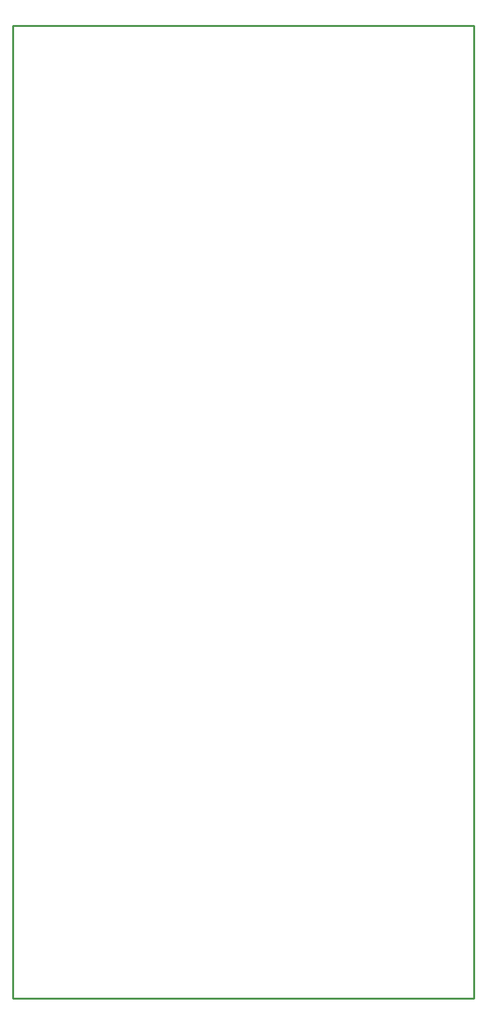
<source format=gm1>
G04 Layer_Color=16711935*
%FSLAX25Y25*%
%MOIN*%
G70*
G01*
G75*
%ADD13C,0.01000*%
D13*
X-240000Y-515512D02*
Y-9606D01*
X0Y-515512D02*
Y-9606D01*
X-240000D02*
X0D01*
X-240000Y-515512D02*
X0D01*
M02*

</source>
